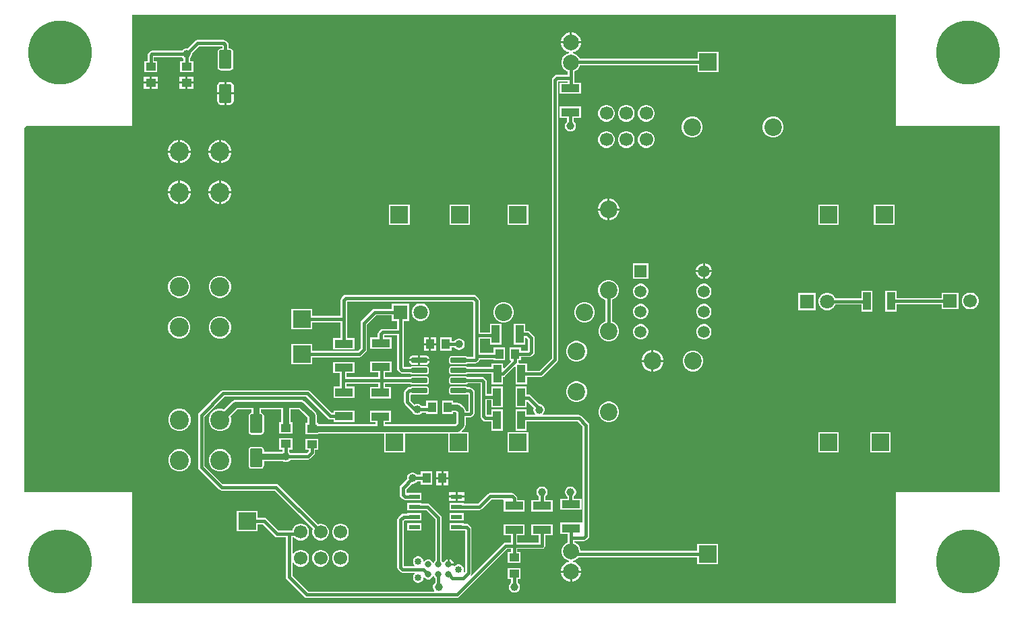
<source format=gbr>
G04*
G04 #@! TF.GenerationSoftware,Altium Limited,Altium Designer,24.1.2 (44)*
G04*
G04 Layer_Physical_Order=2*
G04 Layer_Color=8978557*
%FSLAX44Y44*%
%MOMM*%
G71*
G04*
G04 #@! TF.SameCoordinates,C4B2C0E0-4E9B-487C-9046-04FF2B3DFFC7*
G04*
G04*
G04 #@! TF.FilePolarity,Positive*
G04*
G01*
G75*
%ADD18C,0.2540*%
%ADD33C,0.8500*%
%ADD35C,0.4000*%
%ADD36R,2.2000X2.2000*%
%ADD37C,1.7000*%
%ADD38C,2.0000*%
%ADD39C,1.5000*%
%ADD40R,1.5000X1.5000*%
%ADD41C,2.4000*%
%ADD42C,8.0000*%
%ADD43R,1.7000X1.7000*%
%ADD44R,2.2000X2.2000*%
%ADD45C,2.2000*%
%ADD46C,1.8000*%
%ADD47R,1.8000X1.8000*%
%ADD48C,2.1996*%
%ADD49C,1.0000*%
%ADD50R,1.0160X2.2606*%
%ADD51R,2.2606X1.0160*%
%ADD52R,1.3970X0.5588*%
%ADD53R,1.2500X1.0000*%
%ADD54R,1.0000X1.2500*%
G04:AMPARAMS|DCode=55|XSize=2.33mm|YSize=1.55mm|CornerRadius=0.1938mm|HoleSize=0mm|Usage=FLASHONLY|Rotation=90.000|XOffset=0mm|YOffset=0mm|HoleType=Round|Shape=RoundedRectangle|*
%AMROUNDEDRECTD55*
21,1,2.3300,1.1625,0,0,90.0*
21,1,1.9425,1.5500,0,0,90.0*
1,1,0.3875,0.5813,0.9712*
1,1,0.3875,0.5813,-0.9712*
1,1,0.3875,-0.5813,-0.9712*
1,1,0.3875,-0.5813,0.9712*
%
%ADD55ROUNDEDRECTD55*%
G04:AMPARAMS|DCode=56|XSize=1.97mm|YSize=0.6mm|CornerRadius=0.075mm|HoleSize=0mm|Usage=FLASHONLY|Rotation=180.000|XOffset=0mm|YOffset=0mm|HoleType=Round|Shape=RoundedRectangle|*
%AMROUNDEDRECTD56*
21,1,1.9700,0.4500,0,0,180.0*
21,1,1.8200,0.6000,0,0,180.0*
1,1,0.1500,-0.9100,0.2250*
1,1,0.1500,0.9100,0.2250*
1,1,0.1500,0.9100,-0.2250*
1,1,0.1500,-0.9100,-0.2250*
%
%ADD56ROUNDEDRECTD56*%
%ADD57C,0.8000*%
%ADD58C,0.7620*%
G36*
X1130000Y627500D02*
X1260000D01*
Y167500D01*
X1130000D01*
Y27500D01*
X170000D01*
Y167500D01*
X35000D01*
Y625000D01*
X37500Y627500D01*
X170000D01*
Y767500D01*
X1130000D01*
Y627500D01*
D02*
G37*
%LPC*%
G36*
X285157Y736078D02*
X285157Y736078D01*
X252250D01*
X252250Y736078D01*
X250689Y735768D01*
X249366Y734884D01*
X239667Y725184D01*
X239422Y725250D01*
X237578D01*
X235798Y724773D01*
X234202Y723851D01*
X232899Y722548D01*
X232772Y722328D01*
X195238D01*
X193677Y722018D01*
X192354Y721134D01*
X192354Y721134D01*
X190866Y719646D01*
X189982Y718323D01*
X189672Y716762D01*
X189672Y716762D01*
Y709250D01*
X185500D01*
Y695250D01*
X202000D01*
Y709250D01*
X197829D01*
Y714172D01*
X232772D01*
X232899Y713952D01*
X234202Y712649D01*
X234672Y712377D01*
Y709250D01*
X230500D01*
Y695250D01*
X247000D01*
Y709250D01*
X242828D01*
Y712679D01*
X244101Y713952D01*
X245023Y715548D01*
X245500Y717328D01*
Y719172D01*
X245434Y719417D01*
X253939Y727922D01*
X283422D01*
Y725077D01*
X281688D01*
X280151Y724771D01*
X278849Y723901D01*
X277978Y722599D01*
X277673Y721062D01*
Y701637D01*
X277978Y700101D01*
X278849Y698799D01*
X280151Y697928D01*
X281688Y697623D01*
X293312D01*
X294849Y697928D01*
X296151Y698799D01*
X297022Y700101D01*
X297327Y701637D01*
Y721062D01*
X297022Y722599D01*
X296151Y723901D01*
X294849Y724771D01*
X293312Y725077D01*
X291578D01*
Y729657D01*
X291268Y731218D01*
X290384Y732541D01*
X290384Y732541D01*
X288041Y734884D01*
X286718Y735768D01*
X286459Y735819D01*
X285157Y736078D01*
D02*
G37*
G36*
X722991Y745490D02*
X722610D01*
Y734220D01*
X733880D01*
Y734601D01*
X733026Y737790D01*
X731375Y740650D01*
X729040Y742984D01*
X726180Y744635D01*
X722991Y745490D01*
D02*
G37*
G36*
X720070D02*
X719689D01*
X716500Y744635D01*
X713640Y742984D01*
X711306Y740650D01*
X709655Y737790D01*
X708800Y734601D01*
Y734220D01*
X720070D01*
Y745490D01*
D02*
G37*
G36*
X733880Y731680D02*
X721340D01*
X708800D01*
Y731299D01*
X709655Y728110D01*
X711306Y725250D01*
X713640Y722915D01*
X716500Y721265D01*
X718876Y720628D01*
Y719313D01*
X716708Y718732D01*
X713972Y717152D01*
X711738Y714918D01*
X710158Y712182D01*
X709340Y709130D01*
Y705970D01*
X710158Y702918D01*
X711738Y700182D01*
X713972Y697948D01*
X716708Y696368D01*
X717262Y696219D01*
Y692228D01*
X703843D01*
X702282Y691918D01*
X700959Y691034D01*
X700959Y691034D01*
X698616Y688691D01*
X697732Y687368D01*
X697422Y685807D01*
X697422Y685807D01*
Y336189D01*
X681311Y320078D01*
X666080D01*
Y329303D01*
X656087D01*
X655344Y330573D01*
X655578Y331750D01*
Y333017D01*
X658500D01*
Y337188D01*
X669407D01*
X669407Y337188D01*
X670968Y337499D01*
X672291Y338383D01*
X674634Y340726D01*
X674634Y340726D01*
X675518Y342049D01*
X675828Y343610D01*
Y360803D01*
X675518Y362364D01*
X674634Y363687D01*
X674634Y363687D01*
X669437Y368884D01*
X668113Y369768D01*
X666553Y370078D01*
X666553Y370078D01*
X664080D01*
Y379303D01*
X649920D01*
Y352697D01*
X664080D01*
Y360909D01*
X665350Y361435D01*
X667672Y359114D01*
Y345345D01*
X658500D01*
Y349517D01*
X644500D01*
Y333017D01*
X645340D01*
X645826Y331843D01*
X637253Y323271D01*
X636080Y323757D01*
Y329303D01*
X621920D01*
Y324670D01*
X591573D01*
X591470Y324824D01*
X590561Y325432D01*
X589488Y325645D01*
X571288D01*
X570215Y325432D01*
X569305Y324824D01*
X568697Y323914D01*
X568484Y322841D01*
Y318342D01*
X568697Y317269D01*
X569305Y316359D01*
X570215Y315751D01*
X571288Y315538D01*
X589488D01*
X590561Y315751D01*
X591470Y316359D01*
X591573Y316513D01*
X621920D01*
Y302697D01*
X636080D01*
Y311987D01*
X637311Y312232D01*
X638634Y313116D01*
X650747Y325229D01*
X651920Y324743D01*
Y302697D01*
X666080D01*
Y311922D01*
X683000D01*
X683000Y311922D01*
X684561Y312232D01*
X685884Y313116D01*
X704384Y331616D01*
X704384Y331616D01*
X705268Y332939D01*
X705578Y334500D01*
X705578Y334500D01*
Y684072D01*
X717262D01*
Y682330D01*
X707447D01*
Y668170D01*
X734053D01*
Y682330D01*
X725418D01*
Y687750D01*
X725379Y687950D01*
X725418Y688150D01*
Y696219D01*
X725972Y696368D01*
X728708Y697948D01*
X730943Y700182D01*
X732522Y702918D01*
X732865Y704197D01*
X880500D01*
Y695275D01*
X906500D01*
Y721275D01*
X880500D01*
Y712353D01*
X732423D01*
X730943Y714918D01*
X728708Y717152D01*
X725972Y718732D01*
X723804Y719313D01*
Y720628D01*
X726180Y721265D01*
X729040Y722915D01*
X731375Y725250D01*
X733026Y728110D01*
X733880Y731299D01*
Y731680D01*
D02*
G37*
G36*
X202540Y689790D02*
X195020D01*
Y683520D01*
X202540D01*
Y689790D01*
D02*
G37*
G36*
X192480D02*
X184960D01*
Y683520D01*
X192480D01*
Y689790D01*
D02*
G37*
G36*
X247540Y689790D02*
X240020D01*
Y683520D01*
X247540D01*
Y689790D01*
D02*
G37*
G36*
X237480D02*
X229960D01*
Y683520D01*
X237480D01*
Y689790D01*
D02*
G37*
G36*
X202540Y680980D02*
X195020D01*
Y674710D01*
X202540D01*
Y680980D01*
D02*
G37*
G36*
X192480D02*
X184960D01*
Y674710D01*
X192480D01*
Y680980D01*
D02*
G37*
G36*
X247540Y680980D02*
X240020D01*
Y674710D01*
X247540D01*
Y680980D01*
D02*
G37*
G36*
X237480D02*
X229960D01*
Y674710D01*
X237480D01*
Y680980D01*
D02*
G37*
G36*
X293312Y682928D02*
X288770D01*
Y669920D01*
X297878D01*
Y678363D01*
X297530Y680109D01*
X296541Y681591D01*
X295060Y682580D01*
X293312Y682928D01*
D02*
G37*
G36*
X286230D02*
X281688D01*
X279940Y682580D01*
X278459Y681591D01*
X277470Y680109D01*
X277122Y678363D01*
Y669920D01*
X286230D01*
Y682928D01*
D02*
G37*
G36*
X297878Y667380D02*
X288770D01*
Y654372D01*
X293312D01*
X295060Y654720D01*
X296541Y655709D01*
X297530Y657190D01*
X297878Y658938D01*
Y667380D01*
D02*
G37*
G36*
X286230D02*
X277122D01*
Y658938D01*
X277470Y657190D01*
X278459Y655709D01*
X279940Y654720D01*
X281688Y654372D01*
X286230D01*
Y667380D01*
D02*
G37*
G36*
X817382Y654250D02*
X814618D01*
X811947Y653534D01*
X809553Y652152D01*
X807598Y650197D01*
X806216Y647803D01*
X805500Y645132D01*
Y642368D01*
X806216Y639697D01*
X807598Y637303D01*
X809553Y635348D01*
X811947Y633966D01*
X814618Y633250D01*
X817382D01*
X820053Y633966D01*
X822447Y635348D01*
X824402Y637303D01*
X825784Y639697D01*
X826500Y642368D01*
Y645132D01*
X825784Y647803D01*
X824402Y650197D01*
X822447Y652152D01*
X820053Y653534D01*
X817382Y654250D01*
D02*
G37*
G36*
X792382D02*
X789618D01*
X786947Y653534D01*
X784553Y652152D01*
X782598Y650197D01*
X781216Y647803D01*
X780500Y645132D01*
Y642368D01*
X781216Y639697D01*
X782598Y637303D01*
X784553Y635348D01*
X786947Y633966D01*
X789618Y633250D01*
X792382D01*
X795053Y633966D01*
X797447Y635348D01*
X799402Y637303D01*
X800784Y639697D01*
X801500Y642368D01*
Y645132D01*
X800784Y647803D01*
X799402Y650197D01*
X797447Y652152D01*
X795053Y653534D01*
X792382Y654250D01*
D02*
G37*
G36*
X767382D02*
X764618D01*
X761947Y653534D01*
X759553Y652152D01*
X757598Y650197D01*
X756216Y647803D01*
X755500Y645132D01*
Y642368D01*
X756216Y639697D01*
X757598Y637303D01*
X759553Y635348D01*
X761947Y633966D01*
X764618Y633250D01*
X767382D01*
X770053Y633966D01*
X772447Y635348D01*
X774402Y637303D01*
X775784Y639697D01*
X776500Y642368D01*
Y645132D01*
X775784Y647803D01*
X774402Y650197D01*
X772447Y652152D01*
X770053Y653534D01*
X767382Y654250D01*
D02*
G37*
G36*
X734053Y652330D02*
X707447D01*
Y638170D01*
X716672D01*
Y633478D01*
X716452Y633351D01*
X715149Y632048D01*
X714227Y630452D01*
X713750Y628671D01*
Y626828D01*
X714227Y625048D01*
X715149Y623452D01*
X716452Y622149D01*
X718048Y621227D01*
X719828Y620750D01*
X721672D01*
X723452Y621227D01*
X725048Y622149D01*
X726351Y623452D01*
X727273Y625048D01*
X727750Y626828D01*
Y628671D01*
X727273Y630452D01*
X726351Y632048D01*
X725048Y633351D01*
X724828Y633478D01*
Y638170D01*
X734053D01*
Y652330D01*
D02*
G37*
G36*
X977011Y639498D02*
X973589D01*
X970283Y638612D01*
X967319Y636901D01*
X964899Y634481D01*
X963188Y631517D01*
X962302Y628211D01*
Y624789D01*
X963188Y621483D01*
X964899Y618519D01*
X967319Y616099D01*
X970283Y614388D01*
X973589Y613502D01*
X977011D01*
X980317Y614388D01*
X983281Y616099D01*
X985701Y618519D01*
X987412Y621483D01*
X988298Y624789D01*
Y628211D01*
X987412Y631517D01*
X985701Y634481D01*
X983281Y636901D01*
X980317Y638612D01*
X977011Y639498D01*
D02*
G37*
G36*
X875411D02*
X871989D01*
X868683Y638612D01*
X865719Y636901D01*
X863299Y634481D01*
X861588Y631517D01*
X860702Y628211D01*
Y624789D01*
X861588Y621483D01*
X863299Y618519D01*
X865719Y616099D01*
X868683Y614388D01*
X871989Y613502D01*
X875411D01*
X878717Y614388D01*
X881681Y616099D01*
X884101Y618519D01*
X885812Y621483D01*
X886698Y624789D01*
Y628211D01*
X885812Y631517D01*
X884101Y634481D01*
X881681Y636901D01*
X878717Y638612D01*
X875411Y639498D01*
D02*
G37*
G36*
X817382Y621250D02*
X814618D01*
X811947Y620534D01*
X809553Y619152D01*
X807598Y617197D01*
X806216Y614803D01*
X805500Y612132D01*
Y609368D01*
X806216Y606697D01*
X807598Y604303D01*
X809553Y602348D01*
X811947Y600966D01*
X814618Y600250D01*
X817382D01*
X820053Y600966D01*
X822447Y602348D01*
X824402Y604303D01*
X825784Y606697D01*
X826500Y609368D01*
Y612132D01*
X825784Y614803D01*
X824402Y617197D01*
X822447Y619152D01*
X820053Y620534D01*
X817382Y621250D01*
D02*
G37*
G36*
X792382D02*
X789618D01*
X786947Y620534D01*
X784553Y619152D01*
X782598Y617197D01*
X781216Y614803D01*
X780500Y612132D01*
Y609368D01*
X781216Y606697D01*
X782598Y604303D01*
X784553Y602348D01*
X786947Y600966D01*
X789618Y600250D01*
X792382D01*
X795053Y600966D01*
X797447Y602348D01*
X799402Y604303D01*
X800784Y606697D01*
X801500Y609368D01*
Y612132D01*
X800784Y614803D01*
X799402Y617197D01*
X797447Y619152D01*
X795053Y620534D01*
X792382Y621250D01*
D02*
G37*
G36*
X767382D02*
X764618D01*
X761947Y620534D01*
X759553Y619152D01*
X757598Y617197D01*
X756216Y614803D01*
X755500Y612132D01*
Y609368D01*
X756216Y606697D01*
X757598Y604303D01*
X759553Y602348D01*
X761947Y600966D01*
X764618Y600250D01*
X767382D01*
X770053Y600966D01*
X772447Y602348D01*
X774402Y604303D01*
X775784Y606697D01*
X776500Y609368D01*
Y612132D01*
X775784Y614803D01*
X774402Y617197D01*
X772447Y619152D01*
X770053Y620534D01*
X767382Y621250D01*
D02*
G37*
G36*
X282414Y610040D02*
X281770D01*
Y596770D01*
X295040D01*
Y597414D01*
X294049Y601112D01*
X292135Y604428D01*
X289428Y607135D01*
X286112Y609049D01*
X282414Y610040D01*
D02*
G37*
G36*
X231414D02*
X230770D01*
Y596770D01*
X244040D01*
Y597414D01*
X243049Y601112D01*
X241135Y604428D01*
X238428Y607135D01*
X235112Y609049D01*
X231414Y610040D01*
D02*
G37*
G36*
X228230D02*
X227586D01*
X223888Y609049D01*
X220572Y607135D01*
X217865Y604428D01*
X215951Y601112D01*
X214960Y597414D01*
Y596770D01*
X228230D01*
Y610040D01*
D02*
G37*
G36*
X279230D02*
X278586D01*
X274888Y609049D01*
X271572Y607135D01*
X268865Y604428D01*
X266951Y601112D01*
X265960Y597414D01*
Y596770D01*
X279230D01*
Y610040D01*
D02*
G37*
G36*
X295040Y594230D02*
X281770D01*
Y580960D01*
X282414D01*
X286112Y581951D01*
X289428Y583865D01*
X292135Y586572D01*
X294049Y589888D01*
X295040Y593586D01*
Y594230D01*
D02*
G37*
G36*
X279230D02*
X265960D01*
Y593586D01*
X266951Y589888D01*
X268865Y586572D01*
X271572Y583865D01*
X274888Y581951D01*
X278586Y580960D01*
X279230D01*
Y594230D01*
D02*
G37*
G36*
X244040D02*
X230770D01*
Y580960D01*
X231414D01*
X235112Y581951D01*
X238428Y583865D01*
X241135Y586572D01*
X243049Y589888D01*
X244040Y593586D01*
Y594230D01*
D02*
G37*
G36*
X228230D02*
X214960D01*
Y593586D01*
X215951Y589888D01*
X217865Y586572D01*
X220572Y583865D01*
X223888Y581951D01*
X227586Y580960D01*
X228230D01*
Y594230D01*
D02*
G37*
G36*
X282414Y559040D02*
X281770D01*
Y545770D01*
X295040D01*
Y546414D01*
X294049Y550112D01*
X292135Y553428D01*
X289428Y556135D01*
X286112Y558049D01*
X282414Y559040D01*
D02*
G37*
G36*
X231414D02*
X230770D01*
Y545770D01*
X244040D01*
Y546414D01*
X243049Y550112D01*
X241135Y553428D01*
X238428Y556135D01*
X235112Y558049D01*
X231414Y559040D01*
D02*
G37*
G36*
X228230D02*
X227586D01*
X223888Y558049D01*
X220572Y556135D01*
X217865Y553428D01*
X215951Y550112D01*
X214960Y546414D01*
Y545770D01*
X228230D01*
Y559040D01*
D02*
G37*
G36*
X279230D02*
X278586D01*
X274888Y558049D01*
X271572Y556135D01*
X268865Y553428D01*
X266951Y550112D01*
X265960Y546414D01*
Y545770D01*
X279230D01*
Y559040D01*
D02*
G37*
G36*
X295040Y543230D02*
X281770D01*
Y529960D01*
X282414D01*
X286112Y530951D01*
X289428Y532865D01*
X292135Y535572D01*
X294049Y538888D01*
X295040Y542586D01*
Y543230D01*
D02*
G37*
G36*
X279230D02*
X265960D01*
Y542586D01*
X266951Y538888D01*
X268865Y535572D01*
X271572Y532865D01*
X274888Y530951D01*
X278586Y529960D01*
X279230D01*
Y543230D01*
D02*
G37*
G36*
X244040D02*
X230770D01*
Y529960D01*
X231414D01*
X235112Y530951D01*
X238428Y532865D01*
X241135Y535572D01*
X243049Y538888D01*
X244040Y542586D01*
Y543230D01*
D02*
G37*
G36*
X228230D02*
X214960D01*
Y542586D01*
X215951Y538888D01*
X217865Y535572D01*
X220572Y532865D01*
X223888Y530951D01*
X227586Y529960D01*
X228230D01*
Y543230D01*
D02*
G37*
G36*
X770282Y536338D02*
X769770D01*
Y524070D01*
X782038D01*
Y524582D01*
X781116Y528026D01*
X779333Y531113D01*
X776813Y533633D01*
X773726Y535416D01*
X770282Y536338D01*
D02*
G37*
G36*
X767230D02*
X766718D01*
X763275Y535416D01*
X760187Y533633D01*
X757667Y531113D01*
X755884Y528026D01*
X754962Y524582D01*
Y524070D01*
X767230D01*
Y536338D01*
D02*
G37*
G36*
X782038Y521530D02*
X769770D01*
Y509262D01*
X770282D01*
X773726Y510184D01*
X776813Y511967D01*
X779333Y514487D01*
X781116Y517575D01*
X782038Y521018D01*
Y521530D01*
D02*
G37*
G36*
X767230D02*
X754962D01*
Y521018D01*
X755884Y517575D01*
X757667Y514487D01*
X760187Y511967D01*
X763275Y510184D01*
X766718Y509262D01*
X767230D01*
Y521530D01*
D02*
G37*
G36*
X594750Y529250D02*
X568750D01*
Y503250D01*
X594750D01*
Y529250D01*
D02*
G37*
G36*
X1128000Y529250D02*
X1102000D01*
Y503250D01*
X1128000D01*
Y529250D01*
D02*
G37*
G36*
X1058000D02*
X1032000D01*
Y503250D01*
X1058000D01*
Y529250D01*
D02*
G37*
G36*
X667745Y529249D02*
X641745D01*
Y503249D01*
X667745D01*
Y529249D01*
D02*
G37*
G36*
X518745D02*
X492745D01*
Y503249D01*
X518745D01*
Y529249D01*
D02*
G37*
G36*
X889772Y455390D02*
X889720D01*
Y446620D01*
X898490D01*
Y446672D01*
X897806Y449225D01*
X896484Y451515D01*
X894615Y453384D01*
X892325Y454706D01*
X889772Y455390D01*
D02*
G37*
G36*
X887180D02*
X887128D01*
X884575Y454706D01*
X882285Y453384D01*
X880416Y451515D01*
X879094Y449225D01*
X878410Y446672D01*
Y446620D01*
X887180D01*
Y455390D01*
D02*
G37*
G36*
X818550Y454850D02*
X799550D01*
Y435850D01*
X818550D01*
Y454850D01*
D02*
G37*
G36*
X898490Y444080D02*
X889720D01*
Y435310D01*
X889772D01*
X892325Y435994D01*
X894615Y437316D01*
X896484Y439185D01*
X897806Y441475D01*
X898490Y444028D01*
Y444080D01*
D02*
G37*
G36*
X887180D02*
X878410D01*
Y444028D01*
X879094Y441475D01*
X880416Y439185D01*
X882285Y437316D01*
X884575Y435994D01*
X887128Y435310D01*
X887180D01*
Y444080D01*
D02*
G37*
G36*
X282343Y439500D02*
X278657D01*
X275096Y438546D01*
X271904Y436703D01*
X269297Y434096D01*
X267454Y430904D01*
X266500Y427343D01*
Y423657D01*
X267454Y420096D01*
X269297Y416904D01*
X271904Y414297D01*
X275096Y412454D01*
X278657Y411500D01*
X282343D01*
X285904Y412454D01*
X289096Y414297D01*
X291703Y416904D01*
X293546Y420096D01*
X294500Y423657D01*
Y427343D01*
X293546Y430904D01*
X291703Y434096D01*
X289096Y436703D01*
X285904Y438546D01*
X282343Y439500D01*
D02*
G37*
G36*
X231343D02*
X227657D01*
X224096Y438546D01*
X220904Y436703D01*
X218297Y434096D01*
X216454Y430904D01*
X215500Y427343D01*
Y423657D01*
X216454Y420096D01*
X218297Y416904D01*
X220904Y414297D01*
X224096Y412454D01*
X227657Y411500D01*
X231343D01*
X234904Y412454D01*
X238096Y414297D01*
X240703Y416904D01*
X242546Y420096D01*
X243500Y423657D01*
Y427343D01*
X242546Y430904D01*
X240703Y434096D01*
X238096Y436703D01*
X234904Y438546D01*
X231343Y439500D01*
D02*
G37*
G36*
X1100330Y420803D02*
X1086170D01*
Y411328D01*
X1053495D01*
X1053450Y411496D01*
X1052002Y414004D01*
X1049954Y416052D01*
X1047446Y417500D01*
X1044648Y418250D01*
X1041752D01*
X1038954Y417500D01*
X1036446Y416052D01*
X1034398Y414004D01*
X1032950Y411496D01*
X1032200Y408698D01*
Y405802D01*
X1032950Y403004D01*
X1034398Y400496D01*
X1036446Y398448D01*
X1038954Y397000D01*
X1041752Y396250D01*
X1044648D01*
X1047446Y397000D01*
X1049954Y398448D01*
X1052002Y400496D01*
X1053450Y403004D01*
X1053495Y403172D01*
X1086170D01*
Y394197D01*
X1100330D01*
Y420803D01*
D02*
G37*
G36*
X889701Y429450D02*
X887199D01*
X884783Y428803D01*
X882617Y427552D01*
X880848Y425783D01*
X879597Y423617D01*
X878950Y421201D01*
Y418699D01*
X879597Y416283D01*
X880848Y414117D01*
X882617Y412348D01*
X884783Y411097D01*
X887199Y410450D01*
X889701D01*
X892117Y411097D01*
X894283Y412348D01*
X896052Y414117D01*
X897303Y416283D01*
X897950Y418699D01*
Y421201D01*
X897303Y423617D01*
X896052Y425783D01*
X894283Y427552D01*
X892117Y428803D01*
X889701Y429450D01*
D02*
G37*
G36*
X810301D02*
X807799D01*
X805383Y428803D01*
X803217Y427552D01*
X801448Y425783D01*
X800198Y423617D01*
X799550Y421201D01*
Y418699D01*
X800198Y416283D01*
X801448Y414117D01*
X803217Y412348D01*
X805383Y411097D01*
X807799Y410450D01*
X810301D01*
X812717Y411097D01*
X814883Y412348D01*
X816652Y414117D01*
X817903Y416283D01*
X818550Y418699D01*
Y421201D01*
X817903Y423617D01*
X816652Y425783D01*
X814883Y427552D01*
X812717Y428803D01*
X810301Y429450D01*
D02*
G37*
G36*
X518050Y404750D02*
X496050D01*
Y397828D01*
X474750D01*
X474750Y397828D01*
X473189Y397518D01*
X471866Y396634D01*
X471866Y396634D01*
X458366Y383134D01*
X457482Y381811D01*
X457172Y380250D01*
X457172Y380250D01*
Y348439D01*
X453811Y345078D01*
X396500D01*
Y354000D01*
X370500D01*
Y328000D01*
X396500D01*
Y336922D01*
X455500D01*
X455500Y336922D01*
X457061Y337232D01*
X458384Y338116D01*
X464134Y343866D01*
X464134Y343866D01*
X465018Y345189D01*
X465328Y346750D01*
X465328Y346750D01*
Y378561D01*
X476439Y389672D01*
X496050D01*
Y382750D01*
X502972D01*
Y372578D01*
X485093D01*
X483532Y372268D01*
X482209Y371384D01*
X482209Y371384D01*
X479866Y369041D01*
X478982Y367718D01*
X478672Y366157D01*
X478672Y366157D01*
Y361830D01*
X469447D01*
Y347670D01*
X496053D01*
Y361830D01*
X486828D01*
Y364422D01*
X502972D01*
Y322935D01*
X502972Y322935D01*
X503282Y321374D01*
X504166Y320051D01*
X506509Y317708D01*
X506509Y317708D01*
X507832Y316824D01*
X509393Y316513D01*
X519802D01*
X519905Y316359D01*
X520815Y315751D01*
X521888Y315538D01*
X540088D01*
X541161Y315751D01*
X542070Y316359D01*
X542678Y317269D01*
X542892Y318342D01*
Y322841D01*
X542678Y323914D01*
X542070Y324824D01*
X541161Y325432D01*
X540088Y325645D01*
X521888D01*
X520815Y325432D01*
X519905Y324824D01*
X519802Y324670D01*
X511128D01*
Y368500D01*
Y382750D01*
X518050D01*
Y404750D01*
D02*
G37*
G36*
X1224332Y418250D02*
X1221568D01*
X1218897Y417534D01*
X1216503Y416152D01*
X1214548Y414197D01*
X1213166Y411803D01*
X1212450Y409132D01*
Y406368D01*
X1213166Y403697D01*
X1214548Y401303D01*
X1216503Y399348D01*
X1218897Y397966D01*
X1221568Y397250D01*
X1224332D01*
X1227003Y397966D01*
X1229397Y399348D01*
X1231352Y401303D01*
X1232734Y403697D01*
X1233450Y406368D01*
Y409132D01*
X1232734Y411803D01*
X1231352Y414197D01*
X1229397Y416152D01*
X1227003Y417534D01*
X1224332Y418250D01*
D02*
G37*
G36*
X1130330Y420803D02*
X1116170D01*
Y394197D01*
X1130330D01*
Y403422D01*
X1187050D01*
Y397250D01*
X1208050D01*
Y418250D01*
X1187050D01*
Y411578D01*
X1130330D01*
Y420803D01*
D02*
G37*
G36*
X1028800Y418250D02*
X1006800D01*
Y396250D01*
X1028800D01*
Y418250D01*
D02*
G37*
G36*
X889701Y404050D02*
X887199D01*
X884783Y403403D01*
X882617Y402152D01*
X880848Y400383D01*
X879597Y398217D01*
X878950Y395801D01*
Y393299D01*
X879597Y390883D01*
X880848Y388717D01*
X882617Y386948D01*
X884783Y385698D01*
X887199Y385050D01*
X889701D01*
X892117Y385698D01*
X894283Y386948D01*
X896052Y388717D01*
X897303Y390883D01*
X897950Y393299D01*
Y395801D01*
X897303Y398217D01*
X896052Y400383D01*
X894283Y402152D01*
X892117Y403403D01*
X889701Y404050D01*
D02*
G37*
G36*
X810301D02*
X807799D01*
X805383Y403403D01*
X803217Y402152D01*
X801448Y400383D01*
X800198Y398217D01*
X799550Y395801D01*
Y393299D01*
X800198Y390883D01*
X801448Y388717D01*
X803217Y386948D01*
X805383Y385698D01*
X807799Y385050D01*
X810301D01*
X812717Y385698D01*
X814883Y386948D01*
X816652Y388717D01*
X817903Y390883D01*
X818550Y393299D01*
Y395801D01*
X817903Y398217D01*
X816652Y400383D01*
X814883Y402152D01*
X812717Y403403D01*
X810301Y404050D01*
D02*
G37*
G36*
X533898Y404750D02*
X531002D01*
X528204Y404000D01*
X525696Y402552D01*
X523648Y400504D01*
X522200Y397996D01*
X521450Y395198D01*
Y392302D01*
X522200Y389504D01*
X523648Y386996D01*
X525696Y384948D01*
X528204Y383500D01*
X531002Y382750D01*
X533898D01*
X536696Y383500D01*
X539204Y384948D01*
X541252Y386996D01*
X542700Y389504D01*
X543450Y392302D01*
Y395198D01*
X542700Y397996D01*
X541252Y400504D01*
X539204Y402552D01*
X536696Y404000D01*
X533898Y404750D01*
D02*
G37*
G36*
X740261Y406498D02*
X736839D01*
X733533Y405612D01*
X730569Y403901D01*
X728149Y401481D01*
X726438Y398517D01*
X725552Y395211D01*
Y391789D01*
X726438Y388483D01*
X728149Y385519D01*
X730569Y383099D01*
X733533Y381388D01*
X736839Y380502D01*
X740261D01*
X743567Y381388D01*
X746531Y383099D01*
X748951Y385519D01*
X750662Y388483D01*
X751548Y391789D01*
Y395211D01*
X750662Y398517D01*
X748951Y401481D01*
X746531Y403901D01*
X743567Y405612D01*
X740261Y406498D01*
D02*
G37*
G36*
X638661D02*
X635239D01*
X631933Y405612D01*
X628969Y403901D01*
X626549Y401481D01*
X624838Y398517D01*
X623952Y395211D01*
Y391789D01*
X624838Y388483D01*
X626549Y385519D01*
X628969Y383099D01*
X631933Y381388D01*
X635239Y380502D01*
X638661D01*
X641967Y381388D01*
X644931Y383099D01*
X647351Y385519D01*
X649062Y388483D01*
X649948Y391789D01*
Y395211D01*
X649062Y398517D01*
X647351Y401481D01*
X644931Y403901D01*
X641967Y405612D01*
X638661Y406498D01*
D02*
G37*
G36*
X282343Y388500D02*
X278657D01*
X275096Y387546D01*
X271904Y385703D01*
X269297Y383096D01*
X267454Y379904D01*
X266500Y376343D01*
Y372657D01*
X267454Y369096D01*
X269297Y365904D01*
X271904Y363297D01*
X275096Y361454D01*
X278657Y360500D01*
X282343D01*
X285904Y361454D01*
X289096Y363297D01*
X291703Y365904D01*
X293546Y369096D01*
X294500Y372657D01*
Y376343D01*
X293546Y379904D01*
X291703Y383096D01*
X289096Y385703D01*
X285904Y387546D01*
X282343Y388500D01*
D02*
G37*
G36*
X231343D02*
X227657D01*
X224096Y387546D01*
X220904Y385703D01*
X218297Y383096D01*
X216454Y379904D01*
X215500Y376343D01*
Y372657D01*
X216454Y369096D01*
X218297Y365904D01*
X220904Y363297D01*
X224096Y361454D01*
X227657Y360500D01*
X231343D01*
X234904Y361454D01*
X238096Y363297D01*
X240703Y365904D01*
X242546Y369096D01*
X243500Y372657D01*
Y376343D01*
X242546Y379904D01*
X240703Y383096D01*
X238096Y385703D01*
X234904Y387546D01*
X231343Y388500D01*
D02*
G37*
G36*
X889701Y378650D02*
X887199D01*
X884783Y378003D01*
X882617Y376752D01*
X880848Y374983D01*
X879597Y372817D01*
X878950Y370401D01*
Y367899D01*
X879597Y365483D01*
X880848Y363317D01*
X882617Y361548D01*
X884783Y360298D01*
X887199Y359650D01*
X889701D01*
X892117Y360298D01*
X894283Y361548D01*
X896052Y363317D01*
X897303Y365483D01*
X897950Y367899D01*
Y370401D01*
X897303Y372817D01*
X896052Y374983D01*
X894283Y376752D01*
X892117Y378003D01*
X889701Y378650D01*
D02*
G37*
G36*
X810301D02*
X807799D01*
X805383Y378003D01*
X803217Y376752D01*
X801448Y374983D01*
X800198Y372817D01*
X799550Y370401D01*
Y367899D01*
X800198Y365483D01*
X801448Y363317D01*
X803217Y361548D01*
X805383Y360298D01*
X807799Y359650D01*
X810301D01*
X812717Y360298D01*
X814883Y361548D01*
X816652Y363317D01*
X817903Y365483D01*
X818550Y367899D01*
Y370401D01*
X817903Y372817D01*
X816652Y374983D01*
X814883Y376752D01*
X812717Y378003D01*
X810301Y378650D01*
D02*
G37*
G36*
X770211Y434198D02*
X766789D01*
X763483Y433312D01*
X760519Y431601D01*
X758099Y429181D01*
X756388Y426217D01*
X755502Y422911D01*
Y419489D01*
X756388Y416183D01*
X758099Y413219D01*
X760519Y410799D01*
X763483Y409088D01*
X764672Y408769D01*
Y382097D01*
X763983Y381912D01*
X761019Y380201D01*
X758599Y377781D01*
X756888Y374817D01*
X756002Y371511D01*
Y368089D01*
X756888Y364783D01*
X758599Y361819D01*
X761019Y359399D01*
X763983Y357688D01*
X767289Y356802D01*
X770711D01*
X774017Y357688D01*
X776981Y359399D01*
X779401Y361819D01*
X781112Y364783D01*
X781998Y368089D01*
Y371511D01*
X781112Y374817D01*
X779401Y377781D01*
X776981Y380201D01*
X774017Y381912D01*
X772828Y382231D01*
Y408903D01*
X773517Y409088D01*
X776481Y410799D01*
X778901Y413219D01*
X780612Y416183D01*
X781498Y419489D01*
Y422911D01*
X780612Y426217D01*
X778901Y429181D01*
X776481Y431601D01*
X773517Y433312D01*
X770211Y434198D01*
D02*
G37*
G36*
X551790Y362290D02*
X545520D01*
Y354770D01*
X551790D01*
Y362290D01*
D02*
G37*
G36*
X542980D02*
X536710D01*
Y354770D01*
X542980D01*
Y362290D01*
D02*
G37*
G36*
X599407Y415328D02*
X599407Y415328D01*
X438593D01*
X437032Y415018D01*
X435709Y414134D01*
X435709Y414134D01*
X433366Y411791D01*
X432482Y410468D01*
X432172Y408907D01*
X432172Y408907D01*
Y389078D01*
X396500D01*
Y398000D01*
X370500D01*
Y372000D01*
X396500D01*
Y380922D01*
X432172D01*
Y361080D01*
X422947D01*
Y346920D01*
X449553D01*
Y361080D01*
X440328D01*
Y385000D01*
Y407172D01*
X597718D01*
X598922Y405967D01*
Y364250D01*
Y337370D01*
X591573D01*
X591470Y337524D01*
X590561Y338132D01*
X589488Y338345D01*
X571288D01*
X570215Y338132D01*
X569305Y337524D01*
X568697Y336614D01*
X568484Y335541D01*
Y331041D01*
X568697Y329968D01*
X569305Y329059D01*
X570215Y328451D01*
X571288Y328238D01*
X589488D01*
X590561Y328451D01*
X591470Y329059D01*
X591573Y329213D01*
X601541D01*
X601541Y329213D01*
X603102Y329524D01*
X604425Y330408D01*
X605884Y331866D01*
X605884Y331866D01*
X606768Y333190D01*
X606972Y334213D01*
X624500D01*
Y333017D01*
X638500D01*
Y349517D01*
X624500D01*
Y342370D01*
X607078D01*
Y360172D01*
X619920D01*
Y352697D01*
X634080D01*
Y379303D01*
X619920D01*
Y368328D01*
X607078D01*
Y407657D01*
X607078Y407657D01*
X606768Y409218D01*
X605884Y410541D01*
X602291Y414134D01*
X600968Y415018D01*
X600709Y415069D01*
X599407Y415328D01*
D02*
G37*
G36*
X571250Y361750D02*
X557250D01*
Y345250D01*
X571250D01*
Y349172D01*
X575272D01*
X575399Y348952D01*
X576702Y347649D01*
X578298Y346727D01*
X580078Y346250D01*
X581922D01*
X583702Y346727D01*
X585298Y347649D01*
X586601Y348952D01*
X587523Y350548D01*
X588000Y352328D01*
Y354172D01*
X587523Y355952D01*
X586601Y357548D01*
X585298Y358851D01*
X583702Y359773D01*
X581922Y360250D01*
X580078D01*
X578298Y359773D01*
X576702Y358851D01*
X575399Y357548D01*
X575272Y357328D01*
X571250D01*
Y361750D01*
D02*
G37*
G36*
X551790Y352230D02*
X545520D01*
Y344710D01*
X551790D01*
Y352230D01*
D02*
G37*
G36*
X542980D02*
X536710D01*
Y344710D01*
X542980D01*
Y352230D01*
D02*
G37*
G36*
X540088Y338896D02*
X532258D01*
Y334562D01*
X543442D01*
Y335541D01*
X543187Y336825D01*
X542460Y337914D01*
X541371Y338641D01*
X540088Y338896D01*
D02*
G37*
G36*
X529718D02*
X521888D01*
X520604Y338641D01*
X519516Y337914D01*
X518789Y336825D01*
X518533Y335541D01*
Y334562D01*
X529718D01*
Y338896D01*
D02*
G37*
G36*
X825633Y345790D02*
X825120D01*
Y333520D01*
X837390D01*
Y334033D01*
X836467Y337476D01*
X834685Y340564D01*
X832164Y343085D01*
X829076Y344867D01*
X825633Y345790D01*
D02*
G37*
G36*
X822580D02*
X822067D01*
X818624Y344867D01*
X815536Y343085D01*
X813015Y340564D01*
X811233Y337476D01*
X810310Y334033D01*
Y333520D01*
X822580D01*
Y345790D01*
D02*
G37*
G36*
X730211Y357400D02*
X726788D01*
X723482Y356514D01*
X720518Y354803D01*
X718097Y352382D01*
X716386Y349418D01*
X715500Y346111D01*
Y342688D01*
X716386Y339382D01*
X718097Y336418D01*
X720518Y333997D01*
X723482Y332286D01*
X726788Y331400D01*
X730211D01*
X733518Y332286D01*
X736482Y333997D01*
X738903Y336418D01*
X740614Y339382D01*
X741500Y342688D01*
Y346111D01*
X740614Y349418D01*
X738903Y352382D01*
X736482Y354803D01*
X733518Y356514D01*
X730211Y357400D01*
D02*
G37*
G36*
X543442Y332021D02*
X532258D01*
Y327687D01*
X540088D01*
X541371Y327942D01*
X542460Y328670D01*
X543187Y329758D01*
X543442Y331041D01*
Y332021D01*
D02*
G37*
G36*
X529718D02*
X518533D01*
Y331041D01*
X518789Y329758D01*
X519516Y328670D01*
X520604Y327942D01*
X521888Y327687D01*
X529718D01*
Y332021D01*
D02*
G37*
G36*
X876361Y345250D02*
X872939D01*
X869632Y344364D01*
X866668Y342653D01*
X864247Y340232D01*
X862536Y337268D01*
X861650Y333961D01*
Y330538D01*
X862536Y327232D01*
X864247Y324268D01*
X866668Y321847D01*
X869632Y320136D01*
X872939Y319250D01*
X876361D01*
X879668Y320136D01*
X882632Y321847D01*
X885053Y324268D01*
X886764Y327232D01*
X887650Y330538D01*
Y333961D01*
X886764Y337268D01*
X885053Y340232D01*
X882632Y342653D01*
X879668Y344364D01*
X876361Y345250D01*
D02*
G37*
G36*
X837390Y330980D02*
X825120D01*
Y318710D01*
X825633D01*
X829076Y319633D01*
X832164Y321415D01*
X834685Y323936D01*
X836467Y327024D01*
X837390Y330467D01*
Y330980D01*
D02*
G37*
G36*
X822580D02*
X810310D01*
Y330467D01*
X811233Y327024D01*
X813015Y323936D01*
X815536Y321415D01*
X818624Y319633D01*
X822067Y318710D01*
X822580D01*
Y330980D01*
D02*
G37*
G36*
X496053Y331830D02*
X469447D01*
Y317670D01*
X479422D01*
Y311970D01*
X439328D01*
Y316920D01*
X449553D01*
Y331080D01*
X422947D01*
Y316920D01*
X431172D01*
Y307892D01*
X431172Y307892D01*
X431172Y307891D01*
Y299830D01*
X423197D01*
Y285670D01*
X449803D01*
Y299830D01*
X439328D01*
Y303813D01*
X479422D01*
Y299580D01*
X468947D01*
Y285420D01*
X495553D01*
Y299580D01*
X487578D01*
Y303813D01*
X519802D01*
X519905Y303659D01*
X520815Y303051D01*
X521888Y302838D01*
X540088D01*
X541161Y303051D01*
X542070Y303659D01*
X542678Y304569D01*
X542892Y305641D01*
Y310142D01*
X542678Y311215D01*
X542070Y312124D01*
X541161Y312732D01*
X540088Y312945D01*
X521888D01*
X520815Y312732D01*
X519905Y312124D01*
X519802Y311970D01*
X487578D01*
Y317670D01*
X496053D01*
Y331830D01*
D02*
G37*
G36*
X540088Y300245D02*
X521888D01*
X520815Y300032D01*
X519905Y299424D01*
X519822Y299299D01*
X518338D01*
X516777Y298989D01*
X515454Y298105D01*
X515454Y298104D01*
X513111Y295762D01*
X512227Y294438D01*
X511916Y292878D01*
X511916Y292878D01*
Y280506D01*
X511916Y280505D01*
X512227Y278945D01*
X513111Y277621D01*
X521170Y269562D01*
X521170Y269562D01*
X521838Y269116D01*
X521977Y268596D01*
X522899Y267000D01*
X524202Y265697D01*
X525798Y264775D01*
X527578Y264298D01*
X529422D01*
X531202Y264775D01*
X532798Y265697D01*
X534101Y267000D01*
X534228Y267220D01*
X539750D01*
Y265750D01*
X553750D01*
Y282250D01*
X539750D01*
Y275376D01*
X534228D01*
X534101Y275596D01*
X532798Y276900D01*
X531202Y277821D01*
X529422Y278298D01*
X527578D01*
X525798Y277821D01*
X524941Y277326D01*
X520073Y282195D01*
Y289436D01*
X521343Y290246D01*
X521888Y290138D01*
X540088D01*
X541161Y290351D01*
X542070Y290959D01*
X542678Y291868D01*
X542892Y292941D01*
Y297442D01*
X542678Y298514D01*
X542070Y299424D01*
X541161Y300032D01*
X540088Y300245D01*
D02*
G37*
G36*
X730211Y306600D02*
X726788D01*
X723482Y305714D01*
X720518Y304003D01*
X718097Y301582D01*
X716386Y298618D01*
X715500Y295312D01*
Y291889D01*
X716386Y288582D01*
X718097Y285618D01*
X720518Y283197D01*
X723482Y281486D01*
X726788Y280600D01*
X730211D01*
X733518Y281486D01*
X736482Y283197D01*
X738903Y285618D01*
X740614Y288582D01*
X741500Y291889D01*
Y295312D01*
X740614Y298618D01*
X738903Y301582D01*
X736482Y304003D01*
X733518Y305714D01*
X730211Y306600D01*
D02*
G37*
G36*
X589488Y312945D02*
X571288D01*
X570215Y312732D01*
X569305Y312124D01*
X568697Y311215D01*
X568484Y310142D01*
Y305641D01*
X568697Y304569D01*
X569305Y303659D01*
X570215Y303051D01*
X571288Y302838D01*
X589488D01*
X590561Y303051D01*
X591470Y303659D01*
X591813Y304172D01*
X607672D01*
Y287000D01*
Y262593D01*
X607672Y262593D01*
X607982Y261032D01*
X608866Y259709D01*
X611209Y257366D01*
X611209Y257366D01*
X612532Y256482D01*
X614093Y256172D01*
X621670D01*
Y244697D01*
X635830D01*
Y271303D01*
X621670D01*
Y264328D01*
X615828D01*
Y282922D01*
X621670D01*
Y273697D01*
X635830D01*
Y300303D01*
X621670D01*
Y291078D01*
X615828D01*
Y305907D01*
X615518Y307468D01*
X614634Y308791D01*
X614634Y308791D01*
X612291Y311134D01*
X610968Y312018D01*
X609407Y312328D01*
X609407Y312328D01*
X591165D01*
X590561Y312732D01*
X589488Y312945D01*
D02*
G37*
G36*
Y300245D02*
X571288D01*
X570215Y300032D01*
X569305Y299424D01*
X568697Y298514D01*
X568484Y297442D01*
Y292941D01*
X568697Y291868D01*
X569305Y290959D01*
X570215Y290351D01*
X571288Y290138D01*
X589488D01*
X590561Y290351D01*
X591152Y290746D01*
X592224Y290345D01*
X592422Y290183D01*
Y269328D01*
X589174D01*
Y269536D01*
X588723Y271803D01*
X587439Y273725D01*
X582975Y278189D01*
X581053Y279473D01*
X578787Y279924D01*
X573750D01*
Y282250D01*
X559750D01*
Y265750D01*
X573750D01*
Y268076D01*
X576333D01*
X577326Y267083D01*
Y254167D01*
X576333Y253174D01*
X488174D01*
Y255420D01*
X495553D01*
Y269580D01*
X468947D01*
Y255420D01*
X476326D01*
Y253174D01*
X404250D01*
Y254250D01*
X401924D01*
Y264000D01*
X401473Y266267D01*
X400189Y268189D01*
X386439Y281939D01*
X384517Y283223D01*
X382250Y283674D01*
X300250D01*
X297983Y283223D01*
X296061Y281939D01*
X285574Y271451D01*
X282593Y272250D01*
X278907D01*
X275346Y271296D01*
X272154Y269453D01*
X269547Y266846D01*
X267704Y263654D01*
X266750Y260093D01*
Y256407D01*
X267704Y252846D01*
X269547Y249654D01*
X272154Y247047D01*
X275346Y245204D01*
X278907Y244250D01*
X282593D01*
X286154Y245204D01*
X289346Y247047D01*
X291953Y249654D01*
X293796Y252846D01*
X294750Y256407D01*
Y260093D01*
X293951Y263074D01*
X302704Y271826D01*
X320326D01*
Y267055D01*
X318901Y266772D01*
X317599Y265901D01*
X316728Y264599D01*
X316423Y263062D01*
Y243638D01*
X316728Y242101D01*
X317599Y240799D01*
X318901Y239928D01*
X320438Y239623D01*
X332062D01*
X333599Y239928D01*
X334901Y240799D01*
X335771Y242101D01*
X336077Y243638D01*
Y263062D01*
X335771Y264599D01*
X334901Y265901D01*
X333599Y266772D01*
X332174Y267055D01*
Y271826D01*
X357826D01*
Y255000D01*
X355250D01*
Y241000D01*
X371750D01*
Y255000D01*
X369674D01*
Y271826D01*
X379796D01*
X390076Y261546D01*
Y254250D01*
X387750D01*
Y240250D01*
X404250D01*
Y240945D01*
X404360Y240967D01*
X404898Y241326D01*
X487000D01*
Y217000D01*
X513000D01*
Y241326D01*
X567000D01*
Y217000D01*
X593000D01*
Y243000D01*
X584710D01*
X584184Y244270D01*
X587439Y247525D01*
X588723Y249447D01*
X589174Y251714D01*
Y261172D01*
X594157D01*
X594157Y261172D01*
X595718Y261482D01*
X597041Y262366D01*
X599384Y264709D01*
X599384Y264709D01*
X600268Y266032D01*
X600578Y267593D01*
Y292848D01*
X600268Y294409D01*
X599384Y295732D01*
X599384Y295732D01*
X597041Y298075D01*
X595718Y298959D01*
X594157Y299270D01*
X594157Y299270D01*
X591573D01*
X591470Y299424D01*
X590561Y300032D01*
X589488Y300245D01*
D02*
G37*
G36*
X665830Y300303D02*
X651670D01*
Y273697D01*
X665830D01*
Y280483D01*
X667100Y281009D01*
X674707Y273402D01*
X674311Y271922D01*
Y270078D01*
X674788Y268298D01*
X675709Y266702D01*
X676813Y265598D01*
X676630Y264776D01*
X676355Y264328D01*
X665830D01*
Y271303D01*
X651670D01*
Y244697D01*
X665830D01*
Y256172D01*
X729674D01*
X736222Y249624D01*
Y114866D01*
X736034Y114825D01*
X734803Y115859D01*
Y129080D01*
X708197D01*
Y114920D01*
X717422D01*
Y103988D01*
X717028Y103882D01*
X714292Y102302D01*
X712057Y100068D01*
X710478Y97332D01*
X709660Y94280D01*
Y91120D01*
X710478Y88068D01*
X712057Y85332D01*
X714292Y83098D01*
X717028Y81518D01*
X719196Y80937D01*
Y79622D01*
X716820Y78985D01*
X713960Y77334D01*
X711625Y75000D01*
X709975Y72140D01*
X709120Y68951D01*
Y68570D01*
X721660D01*
X734200D01*
Y68951D01*
X733345Y72140D01*
X731694Y75000D01*
X729360Y77334D01*
X726500Y78985D01*
X724124Y79622D01*
Y80937D01*
X726292Y81518D01*
X729028Y83098D01*
X731262Y85332D01*
X731300Y85397D01*
X880225D01*
Y76475D01*
X906225D01*
Y102475D01*
X880225D01*
Y93553D01*
X733660D01*
Y94280D01*
X732842Y97332D01*
X731262Y100068D01*
X729028Y102302D01*
X726292Y103882D01*
X725578Y104073D01*
Y105694D01*
X737825D01*
X737825Y105694D01*
X739385Y106004D01*
X740708Y106888D01*
X743184Y109364D01*
X743184Y109364D01*
X744068Y110687D01*
X744378Y112248D01*
X744378Y112248D01*
Y251313D01*
X744068Y252874D01*
X743184Y254197D01*
X743184Y254197D01*
X734247Y263134D01*
X732924Y264018D01*
X731363Y264328D01*
X731363Y264328D01*
X686266D01*
X685992Y264776D01*
X685808Y265598D01*
X686912Y266702D01*
X687834Y268298D01*
X688311Y270078D01*
Y271922D01*
X687834Y273702D01*
X686912Y275298D01*
X685609Y276601D01*
X684013Y277523D01*
X682232Y278000D01*
X681645D01*
X670761Y288884D01*
X669438Y289768D01*
X667877Y290078D01*
X667877Y290078D01*
X665830D01*
Y300303D01*
D02*
G37*
G36*
X390250Y295578D02*
X390250Y295578D01*
X284750D01*
X283189Y295268D01*
X281866Y294384D01*
X281866Y294384D01*
X254366Y266884D01*
X253482Y265561D01*
X253172Y264000D01*
X253172Y264000D01*
Y198750D01*
X253172Y198750D01*
X253482Y197189D01*
X254366Y195866D01*
X279616Y170616D01*
X279616Y170616D01*
X280939Y169732D01*
X282500Y169422D01*
X349061D01*
X397208Y121274D01*
X396500Y118632D01*
Y115868D01*
X397216Y113197D01*
X398598Y110803D01*
X400553Y108848D01*
X402947Y107466D01*
X405618Y106750D01*
X408382D01*
X411053Y107466D01*
X413447Y108848D01*
X415402Y110803D01*
X416784Y113197D01*
X417500Y115868D01*
Y118632D01*
X416784Y121303D01*
X415402Y123697D01*
X413447Y125652D01*
X411053Y127034D01*
X408382Y127750D01*
X405618D01*
X402976Y127042D01*
X353634Y176384D01*
X352311Y177268D01*
X350750Y177578D01*
X350750Y177578D01*
X284189D01*
X261328Y200439D01*
Y262311D01*
X286439Y287422D01*
X388561D01*
X416116Y259866D01*
X416116Y259866D01*
X417439Y258982D01*
X419000Y258672D01*
X423197D01*
Y255670D01*
X449803D01*
Y269830D01*
X423197D01*
Y266828D01*
X420689D01*
X393134Y294384D01*
X391811Y295268D01*
X391552Y295319D01*
X390250Y295578D01*
D02*
G37*
G36*
X770711Y281198D02*
X767289D01*
X763983Y280312D01*
X761019Y278601D01*
X758599Y276181D01*
X756888Y273217D01*
X756002Y269911D01*
Y266489D01*
X756888Y263183D01*
X758599Y260219D01*
X761019Y257799D01*
X763983Y256088D01*
X767289Y255202D01*
X770711D01*
X774017Y256088D01*
X776981Y257799D01*
X779401Y260219D01*
X781112Y263183D01*
X781998Y266489D01*
Y269911D01*
X781112Y273217D01*
X779401Y276181D01*
X776981Y278601D01*
X774017Y280312D01*
X770711Y281198D01*
D02*
G37*
G36*
X231593Y272250D02*
X227907D01*
X224346Y271296D01*
X221154Y269453D01*
X218547Y266846D01*
X216704Y263654D01*
X215750Y260093D01*
Y256407D01*
X216704Y252846D01*
X218547Y249654D01*
X221154Y247047D01*
X224346Y245204D01*
X227907Y244250D01*
X231593D01*
X235154Y245204D01*
X238346Y247047D01*
X240953Y249654D01*
X242796Y252846D01*
X243750Y256407D01*
Y260093D01*
X242796Y263654D01*
X240953Y266846D01*
X238346Y269453D01*
X235154Y271296D01*
X231593Y272250D01*
D02*
G37*
G36*
X371750Y235000D02*
X355250D01*
Y221000D01*
X359422D01*
Y218174D01*
X336077D01*
Y220362D01*
X335771Y221899D01*
X334901Y223201D01*
X333599Y224072D01*
X332062Y224377D01*
X320438D01*
X318901Y224072D01*
X317599Y223201D01*
X316728Y221899D01*
X316423Y220362D01*
Y200938D01*
X316728Y199401D01*
X317599Y198099D01*
X318901Y197229D01*
X320438Y196923D01*
X332062D01*
X333599Y197229D01*
X334901Y198099D01*
X335771Y199401D01*
X336077Y200938D01*
Y206326D01*
X359760D01*
X360798Y205727D01*
X362578Y205250D01*
X364422D01*
X366202Y205727D01*
X367798Y206649D01*
X369101Y207952D01*
X369228Y208172D01*
X391000D01*
X391000Y208172D01*
X392561Y208482D01*
X393884Y209366D01*
X398884Y214366D01*
X398884Y214366D01*
X399768Y215689D01*
X400078Y217250D01*
X400078Y217250D01*
Y220250D01*
X404250D01*
Y234250D01*
X387750D01*
Y220250D01*
X391922D01*
Y218939D01*
X389311Y216328D01*
X369228D01*
X369101Y216548D01*
X367798Y217851D01*
X367578Y217978D01*
Y221000D01*
X371750D01*
Y235000D01*
D02*
G37*
G36*
X1123000Y243000D02*
X1097000D01*
Y217000D01*
X1123000D01*
Y243000D01*
D02*
G37*
G36*
X1058000D02*
X1032000D01*
Y217000D01*
X1058000D01*
Y243000D01*
D02*
G37*
G36*
X668000D02*
X642000D01*
Y217000D01*
X668000D01*
Y243000D01*
D02*
G37*
G36*
X282593Y221250D02*
X278907D01*
X275346Y220296D01*
X272154Y218453D01*
X269547Y215846D01*
X267704Y212654D01*
X266750Y209093D01*
Y205407D01*
X267704Y201846D01*
X269547Y198654D01*
X272154Y196047D01*
X275346Y194204D01*
X278907Y193250D01*
X282593D01*
X286154Y194204D01*
X289346Y196047D01*
X291953Y198654D01*
X293796Y201846D01*
X294750Y205407D01*
Y209093D01*
X293796Y212654D01*
X291953Y215846D01*
X289346Y218453D01*
X286154Y220296D01*
X282593Y221250D01*
D02*
G37*
G36*
X231593D02*
X227907D01*
X224346Y220296D01*
X221154Y218453D01*
X218547Y215846D01*
X216704Y212654D01*
X215750Y209093D01*
Y205407D01*
X216704Y201846D01*
X218547Y198654D01*
X221154Y196047D01*
X224346Y194204D01*
X227907Y193250D01*
X231593D01*
X235154Y194204D01*
X238346Y196047D01*
X240953Y198654D01*
X242796Y201846D01*
X243750Y205407D01*
Y209093D01*
X242796Y212654D01*
X240953Y215846D01*
X238346Y218453D01*
X235154Y220296D01*
X231593Y221250D01*
D02*
G37*
G36*
X547000Y193250D02*
X533000D01*
Y189078D01*
X528071D01*
X526798Y190351D01*
X525202Y191273D01*
X523422Y191750D01*
X521578D01*
X519798Y191273D01*
X518202Y190351D01*
X516899Y189048D01*
X515977Y187452D01*
X515500Y185672D01*
Y183828D01*
X515566Y183583D01*
X507616Y175634D01*
X506732Y174311D01*
X506422Y172750D01*
X506422Y172750D01*
Y163888D01*
X506422Y163888D01*
X506732Y162327D01*
X507616Y161004D01*
X509959Y158661D01*
X509959Y158661D01*
X511282Y157777D01*
X512843Y157467D01*
X515742D01*
Y156796D01*
X533712D01*
Y166384D01*
X515742D01*
Y166384D01*
X514578Y166641D01*
Y171061D01*
X521333Y177816D01*
X521578Y177750D01*
X523422D01*
X525202Y178227D01*
X526798Y179149D01*
X528101Y180452D01*
X528373Y180922D01*
X533000D01*
Y176750D01*
X547000D01*
Y193250D01*
D02*
G37*
G36*
X567540Y193790D02*
X561270D01*
Y186270D01*
X567540D01*
Y193790D01*
D02*
G37*
G36*
X558730D02*
X552460D01*
Y186270D01*
X558730D01*
Y193790D01*
D02*
G37*
G36*
X567540Y183730D02*
X561270D01*
Y176210D01*
X567540D01*
Y183730D01*
D02*
G37*
G36*
X558730D02*
X552460D01*
Y176210D01*
X558730D01*
Y183730D01*
D02*
G37*
G36*
X647657Y166078D02*
X647657Y166078D01*
X619843D01*
X619843Y166078D01*
X618282Y165768D01*
X616959Y164884D01*
X605044Y152968D01*
X586798D01*
Y153684D01*
X568828D01*
Y144096D01*
X586798D01*
Y144812D01*
X606733D01*
X606733Y144812D01*
X608294Y145122D01*
X609617Y146006D01*
X621533Y157922D01*
X635776D01*
X636697Y157080D01*
Y142920D01*
X663303D01*
Y157080D01*
X654078D01*
Y159657D01*
X653768Y161218D01*
X652884Y162541D01*
X652884Y162541D01*
X650541Y164884D01*
X649218Y165768D01*
X648959Y165819D01*
X647657Y166078D01*
D02*
G37*
G36*
X587338Y166924D02*
X579083D01*
Y162860D01*
X587338D01*
Y166924D01*
D02*
G37*
G36*
X576543D02*
X568288D01*
Y162860D01*
X576543D01*
Y166924D01*
D02*
G37*
G36*
X587338Y160320D02*
X579083D01*
Y156256D01*
X587338D01*
Y160320D01*
D02*
G37*
G36*
X576543D02*
X568288D01*
Y156256D01*
X576543D01*
Y160320D01*
D02*
G37*
G36*
X721922Y174500D02*
X720078D01*
X718298Y174023D01*
X716702Y173101D01*
X715399Y171798D01*
X714477Y170202D01*
X714000Y168422D01*
Y166579D01*
X714477Y164798D01*
X715399Y163202D01*
X716702Y161899D01*
X716922Y161772D01*
Y159080D01*
X708197D01*
Y144920D01*
X734803D01*
Y159080D01*
X725078D01*
Y161772D01*
X725298Y161899D01*
X726601Y163202D01*
X727523Y164798D01*
X728000Y166579D01*
Y168422D01*
X727523Y170202D01*
X726601Y171798D01*
X725298Y173101D01*
X723702Y174023D01*
X721922Y174500D01*
D02*
G37*
G36*
X685922Y174500D02*
X684078D01*
X682298Y174023D01*
X680702Y173101D01*
X679399Y171798D01*
X678477Y170202D01*
X678000Y168422D01*
Y166578D01*
X678477Y164798D01*
X679399Y163202D01*
X680702Y161899D01*
X680922Y161772D01*
Y157080D01*
X671697D01*
Y142920D01*
X698303D01*
Y157080D01*
X689078D01*
Y161772D01*
X689298Y161899D01*
X690601Y163202D01*
X691523Y164798D01*
X692000Y166578D01*
Y168422D01*
X691523Y170202D01*
X690601Y171798D01*
X689298Y173101D01*
X687702Y174023D01*
X685922Y174500D01*
D02*
G37*
G36*
X586798Y140984D02*
X568828D01*
Y131396D01*
X586798D01*
Y140984D01*
D02*
G37*
G36*
X533712Y153684D02*
X515742D01*
Y144096D01*
X533712D01*
Y144812D01*
X539421D01*
X550922Y133311D01*
Y80757D01*
X549913Y79749D01*
X549337Y78358D01*
X547963D01*
X547387Y79749D01*
X545699Y81437D01*
X543493Y82350D01*
X541106D01*
X538901Y81437D01*
X537370Y79905D01*
X536632Y80034D01*
X536100Y80295D01*
Y81016D01*
X535657Y82669D01*
X534801Y84151D01*
X533591Y85361D01*
X532109Y86217D01*
X530456Y86660D01*
X528744D01*
X527091Y86217D01*
X525609Y85361D01*
X524399Y84151D01*
X523543Y82669D01*
X523100Y81016D01*
Y79304D01*
X523543Y77651D01*
X524399Y76169D01*
X525219Y75348D01*
X524693Y74078D01*
X511578D01*
Y130811D01*
X512879Y132112D01*
X515742D01*
Y131396D01*
X533712D01*
Y140984D01*
X515742D01*
Y140268D01*
X511190D01*
X509629Y139958D01*
X508306Y139074D01*
X508306Y139074D01*
X504616Y135384D01*
X503732Y134061D01*
X503422Y132500D01*
X503422Y132500D01*
Y72343D01*
X503422Y72343D01*
X503732Y70782D01*
X504616Y69459D01*
X506959Y67116D01*
X506959Y67116D01*
X508282Y66232D01*
X509843Y65922D01*
X524693D01*
X525219Y64652D01*
X524399Y63831D01*
X523543Y62349D01*
X523100Y60696D01*
Y58984D01*
X523543Y57331D01*
X524399Y55849D01*
X525609Y54639D01*
X527091Y53783D01*
X528744Y53340D01*
X530456D01*
X532109Y53783D01*
X533591Y54639D01*
X534801Y55849D01*
X535657Y57331D01*
X536100Y58984D01*
Y59705D01*
X536632Y59966D01*
X537370Y60095D01*
X538901Y58563D01*
X541106Y57650D01*
X543493D01*
X545699Y58563D01*
X547387Y60251D01*
X547963Y61642D01*
X549337D01*
X549913Y60251D01*
X551047Y59118D01*
Y53906D01*
X550952Y53851D01*
X549649Y52548D01*
X548727Y50952D01*
X548250Y49172D01*
Y47328D01*
X548727Y45548D01*
X549649Y43952D01*
X550002Y43598D01*
X549476Y42328D01*
X391439D01*
X371422Y62346D01*
Y79033D01*
X372691Y79373D01*
X373598Y77803D01*
X375553Y75848D01*
X377947Y74466D01*
X380618Y73750D01*
X383382D01*
X386053Y74466D01*
X388447Y75848D01*
X390402Y77803D01*
X391784Y80197D01*
X392500Y82868D01*
Y85632D01*
X391784Y88303D01*
X390402Y90697D01*
X388447Y92652D01*
X386053Y94034D01*
X383382Y94750D01*
X380618D01*
X377947Y94034D01*
X375553Y92652D01*
X373598Y90697D01*
X372691Y89127D01*
X371422Y89467D01*
Y110684D01*
X373717D01*
X375553Y108848D01*
X377947Y107466D01*
X380618Y106750D01*
X383382D01*
X386053Y107466D01*
X388447Y108848D01*
X390402Y110803D01*
X391784Y113197D01*
X392500Y115868D01*
Y118632D01*
X391784Y121303D01*
X390402Y123697D01*
X388447Y125652D01*
X386053Y127034D01*
X383382Y127750D01*
X380618D01*
X377947Y127034D01*
X375553Y125652D01*
X373598Y123697D01*
X372216Y121303D01*
X371556Y118841D01*
X353927D01*
X338884Y133884D01*
X337561Y134768D01*
X336000Y135078D01*
X336000Y135078D01*
X327750D01*
Y144000D01*
X301750D01*
Y118000D01*
X327750D01*
Y126922D01*
X334311D01*
X349354Y111879D01*
X350677Y110995D01*
X352237Y110684D01*
X352238Y110684D01*
X363265D01*
Y60657D01*
X363265Y60657D01*
X363575Y59096D01*
X364459Y57773D01*
X386866Y35366D01*
X386866Y35366D01*
X388189Y34482D01*
X389750Y34172D01*
X389750Y34172D01*
X578000D01*
X578000Y34172D01*
X579561Y34482D01*
X580884Y35366D01*
X641439Y95921D01*
X645922D01*
Y92000D01*
X641750D01*
Y78000D01*
X658250D01*
Y92000D01*
X654079D01*
Y95922D01*
X685000D01*
X686561Y96232D01*
X687884Y97116D01*
X688768Y98439D01*
X689078Y100000D01*
Y112920D01*
X698303D01*
Y127080D01*
X671697D01*
Y112920D01*
X680922D01*
Y104078D01*
X654078D01*
Y112920D01*
X663303D01*
Y127080D01*
X636697D01*
Y112920D01*
X645922D01*
Y104078D01*
X639750D01*
X639750Y104078D01*
X638189Y103768D01*
X636866Y102884D01*
X636866Y102884D01*
X596548Y62566D01*
X595561Y63375D01*
X596268Y64432D01*
X596578Y65993D01*
X596578Y65993D01*
Y121147D01*
X596268Y122708D01*
X595384Y124031D01*
X595384Y124031D01*
X593041Y126374D01*
X591718Y127258D01*
X590157Y127568D01*
X590157Y127568D01*
X586798D01*
Y128284D01*
X568828D01*
Y118696D01*
X586798D01*
Y119412D01*
X588422D01*
Y67682D01*
X587504Y66765D01*
X586457Y67491D01*
X586900Y69144D01*
Y70856D01*
X586457Y72509D01*
X585601Y73991D01*
X584391Y75201D01*
X582909Y76057D01*
X581256Y76500D01*
X579544D01*
X577891Y76057D01*
X576409Y75201D01*
X575199Y73991D01*
X575114Y73845D01*
X573931Y74335D01*
X574130Y75080D01*
X567700D01*
Y76350D01*
X566430D01*
Y82780D01*
X565176Y82444D01*
X563684Y81583D01*
X562467Y80366D01*
X561732Y79094D01*
X560963Y78993D01*
X560353Y79106D01*
X560087Y79749D01*
X559078Y80757D01*
Y135000D01*
X558768Y136561D01*
X557884Y137884D01*
X543994Y151774D01*
X542671Y152658D01*
X541110Y152968D01*
X541110Y152968D01*
X533712D01*
Y153684D01*
D02*
G37*
G36*
Y128284D02*
X515742D01*
Y118696D01*
X533712D01*
Y128284D01*
D02*
G37*
G36*
X433382Y127750D02*
X430618D01*
X427947Y127034D01*
X425553Y125652D01*
X423598Y123697D01*
X422216Y121303D01*
X421500Y118632D01*
Y115868D01*
X422216Y113197D01*
X423598Y110803D01*
X425553Y108848D01*
X427947Y107466D01*
X430618Y106750D01*
X433382D01*
X436053Y107466D01*
X438447Y108848D01*
X440402Y110803D01*
X441784Y113197D01*
X442500Y115868D01*
Y118632D01*
X441784Y121303D01*
X440402Y123697D01*
X438447Y125652D01*
X436053Y127034D01*
X433382Y127750D01*
D02*
G37*
G36*
X568970Y82780D02*
Y77620D01*
X574130D01*
X573794Y78874D01*
X572933Y80366D01*
X571716Y81583D01*
X570224Y82444D01*
X568970Y82780D01*
D02*
G37*
G36*
X433382Y94750D02*
X430618D01*
X427947Y94034D01*
X425553Y92652D01*
X423598Y90697D01*
X422216Y88303D01*
X421500Y85632D01*
Y82868D01*
X422216Y80197D01*
X423598Y77803D01*
X425553Y75848D01*
X427947Y74466D01*
X430618Y73750D01*
X433382D01*
X436053Y74466D01*
X438447Y75848D01*
X440402Y77803D01*
X441784Y80197D01*
X442500Y82868D01*
Y85632D01*
X441784Y88303D01*
X440402Y90697D01*
X438447Y92652D01*
X436053Y94034D01*
X433382Y94750D01*
D02*
G37*
G36*
X408382D02*
X405618D01*
X402947Y94034D01*
X400553Y92652D01*
X398598Y90697D01*
X397216Y88303D01*
X396500Y85632D01*
Y82868D01*
X397216Y80197D01*
X398598Y77803D01*
X400553Y75848D01*
X402947Y74466D01*
X405618Y73750D01*
X408382D01*
X411053Y74466D01*
X413447Y75848D01*
X415402Y77803D01*
X416784Y80197D01*
X417500Y82868D01*
Y85632D01*
X416784Y88303D01*
X415402Y90697D01*
X413447Y92652D01*
X411053Y94034D01*
X408382Y94750D01*
D02*
G37*
G36*
X734200Y66030D02*
X722930D01*
Y54760D01*
X723311D01*
X726500Y55615D01*
X729360Y57266D01*
X731694Y59600D01*
X733345Y62460D01*
X734200Y65649D01*
Y66030D01*
D02*
G37*
G36*
X720390D02*
X709120D01*
Y65649D01*
X709975Y62460D01*
X711625Y59600D01*
X713960Y57266D01*
X716820Y55615D01*
X720009Y54760D01*
X720390D01*
Y66030D01*
D02*
G37*
G36*
X658250Y72000D02*
X641750D01*
Y58000D01*
X646422D01*
Y53728D01*
X646202Y53601D01*
X644899Y52298D01*
X643977Y50702D01*
X643500Y48922D01*
Y47078D01*
X643977Y45298D01*
X644899Y43702D01*
X646202Y42399D01*
X647798Y41477D01*
X649578Y41000D01*
X651422D01*
X653202Y41477D01*
X654798Y42399D01*
X656101Y43702D01*
X657023Y45298D01*
X657500Y47078D01*
Y48922D01*
X657023Y50702D01*
X656101Y52298D01*
X654798Y53601D01*
X654578Y53728D01*
Y58000D01*
X658250D01*
Y72000D01*
D02*
G37*
%LPD*%
D18*
X280500Y595500D02*
X281729Y596729D01*
Y662879D02*
X287500Y668650D01*
X720750Y645250D02*
X720750Y645250D01*
X721500Y152000D02*
X721500Y152000D01*
X238750Y702250D02*
X238750Y702250D01*
D33*
X529600Y59840D02*
D03*
Y80160D02*
D03*
X580400Y70000D02*
D03*
D35*
X667877Y286000D02*
X681311Y272566D01*
X659750Y286000D02*
X667877D01*
X681311Y271000D02*
Y272566D01*
X611750Y287000D02*
X628750D01*
X611750Y262593D02*
Y287000D01*
Y305907D01*
X666553Y366000D02*
X671750Y360803D01*
X657000Y366000D02*
X666553D01*
X651500Y331750D02*
Y341267D01*
X635750Y316000D02*
X651500Y331750D01*
X629000Y316000D02*
X635750D01*
X624408Y320592D02*
X629000Y316000D01*
X654267Y341267D02*
X669407D01*
X652883Y339883D02*
X654267Y341267D01*
X671750Y343610D02*
Y360803D01*
X669407Y341267D02*
X671750Y343610D01*
X659000Y316000D02*
X683000D01*
X701500Y334500D01*
Y685807D01*
X603000Y338292D02*
X628525D01*
X631500Y341267D01*
X603000Y364250D02*
X625250D01*
X627000Y366000D01*
X580388Y320592D02*
X624408D01*
X658750Y258000D02*
Y260250D01*
X721500Y109772D02*
X737825D01*
X740300Y112248D01*
Y251313D01*
X731363Y260250D02*
X740300Y251313D01*
X658750Y260250D02*
X731363D01*
X614093D02*
X626500D01*
X628750Y258000D01*
X611750Y262593D02*
X614093Y260250D01*
X703843Y688150D02*
X721340D01*
X701500Y685807D02*
X703843Y688150D01*
X609407Y308250D02*
X611750Y305907D01*
X580746Y308250D02*
X609407D01*
X603000Y338292D02*
Y364250D01*
Y334750D02*
Y338292D01*
X474750Y393750D02*
X507050D01*
X461250Y380250D02*
X474750Y393750D01*
X461250Y346750D02*
Y380250D01*
X455500Y341000D02*
X461250Y346750D01*
X383500Y341000D02*
X455500D01*
X383500Y385000D02*
X436250D01*
Y408907D02*
X438593Y411250D01*
X599407D01*
X603000Y407657D01*
X436250Y385000D02*
Y408907D01*
X507050Y368500D02*
Y393750D01*
X436250Y354000D02*
Y385000D01*
X435250Y307892D02*
Y323000D01*
X436250Y324000D01*
X435250Y294000D02*
Y307892D01*
X419000Y262750D02*
X436500D01*
X390250Y291500D02*
X419000Y262750D01*
X435250Y294000D02*
X436500Y292750D01*
X284750Y291500D02*
X390250D01*
X257250Y264000D02*
X284750Y291500D01*
X257250Y198750D02*
Y264000D01*
Y198750D02*
X282500Y173500D01*
X350750D01*
X407000Y117250D01*
X768750Y370050D02*
Y420950D01*
X768500Y421200D02*
X768750Y420950D01*
X580388Y333292D02*
X601541D01*
X336000Y131000D02*
X352237Y114763D01*
X314750Y131000D02*
X336000D01*
X352237Y114763D02*
X367343D01*
Y60657D02*
Y114763D01*
X1123250Y407500D02*
X1197300D01*
X1043200Y407250D02*
X1093250D01*
X603000Y364250D02*
Y407657D01*
X601541Y333292D02*
X603000Y334750D01*
X722065Y708275D02*
X893500D01*
X524054Y272446D02*
X527352D01*
X515995Y280505D02*
Y292878D01*
X527352Y272446D02*
X528500Y271298D01*
X515995Y280505D02*
X524054Y272446D01*
X528500Y271298D02*
X544048D01*
X546750Y274000D01*
X515995Y292878D02*
X518338Y295221D01*
X530959D01*
X482750Y354750D02*
Y366157D01*
X485093Y368500D01*
X507050D01*
Y322935D02*
Y368500D01*
X721340Y707550D02*
X722065Y708275D01*
X893225Y89475D02*
X893500Y89750D01*
X721935Y89475D02*
X893225D01*
X721660Y89200D02*
X721935Y89475D01*
X367343Y60657D02*
X389750Y38250D01*
X367343Y114763D02*
X374169D01*
X379513D01*
X382000Y117250D01*
X389750Y38250D02*
X552500D01*
X578000D01*
X721500Y89360D02*
Y109772D01*
Y109772D02*
Y122000D01*
X568143Y63650D02*
X572543Y59250D01*
X585757D02*
X592500Y65993D01*
X572543Y59250D02*
X585757D01*
X567700Y63650D02*
X568143D01*
X592500Y65993D02*
Y121147D01*
X639750Y100000D02*
X650000D01*
X578000Y38250D02*
X639750Y100000D01*
X606733Y148890D02*
X619843Y162000D01*
X577813Y148890D02*
X606733D01*
X721340Y675840D02*
Y687750D01*
X720750Y675250D02*
X721340Y675840D01*
Y688150D02*
Y707550D01*
X363500Y212250D02*
Y228000D01*
X363500Y228000D02*
X363500Y228000D01*
X650000Y100000D02*
X685000D01*
X650000Y85000D02*
Y100000D01*
X650000Y100000D02*
Y120000D01*
X685000Y100000D02*
Y120000D01*
X509393Y320592D02*
X530988D01*
X507050Y322935D02*
X509393Y320592D01*
X564500Y353250D02*
X581000D01*
X564250Y353500D02*
X564500Y353250D01*
X564250Y353500D02*
Y354750D01*
X650000Y65000D02*
X650500Y64500D01*
Y48000D02*
Y64500D01*
X647657Y162000D02*
X650000Y159657D01*
X619843Y162000D02*
X647657D01*
X650000Y150000D02*
Y159657D01*
X238500Y718250D02*
X252250Y732000D01*
X285157D01*
X195238Y718250D02*
X238500D01*
X193750Y716762D02*
X195238Y718250D01*
X193750Y702250D02*
Y716762D01*
X287500Y711350D02*
Y729657D01*
X285157Y732000D02*
X287500Y729657D01*
X555125Y48375D02*
X555250Y48250D01*
X555000Y63650D02*
X555125Y63525D01*
Y48375D02*
Y63525D01*
X238500Y718250D02*
X238750Y718000D01*
Y702250D02*
Y718000D01*
X658750Y287000D02*
X659750Y286000D01*
X721000Y152500D02*
X721500Y152000D01*
X721000Y152500D02*
Y167500D01*
X720750Y627750D02*
X720750Y627750D01*
Y645250D01*
X396000Y217250D02*
Y227250D01*
X391000Y212250D02*
X396000Y217250D01*
X363500Y212250D02*
X391000D01*
X326250Y210650D02*
X327850Y212250D01*
X512843Y161545D02*
X524682D01*
X510500Y163888D02*
X512843Y161545D01*
X510500Y172750D02*
X522500Y184750D01*
X510500Y163888D02*
Y172750D01*
X522500Y184750D02*
X522750Y185000D01*
X435250Y307892D02*
X435250Y307892D01*
X483500D01*
Y293750D02*
Y307892D01*
X482250Y292500D02*
X483500Y293750D01*
X596500Y267593D02*
Y292848D01*
X583250Y265250D02*
X594157D01*
X596500Y267593D01*
X483500Y307892D02*
Y324000D01*
X482750Y324750D02*
X483500Y324000D01*
Y307892D02*
X530988D01*
X594157Y295191D02*
X596500Y292848D01*
X580388Y295191D02*
X594157D01*
X530959Y295221D02*
X530988Y295191D01*
X580388Y307892D02*
X580746Y308250D01*
X524682Y161545D02*
X524727Y161590D01*
X522750Y185000D02*
X540000D01*
X540000Y185000D01*
X280500Y595500D02*
Y600843D01*
X524727Y148890D02*
X541110D01*
X555000Y76350D02*
Y135000D01*
X541110Y148890D02*
X555000Y135000D01*
X509843Y70000D02*
X535950D01*
X507500Y72343D02*
X509843Y70000D01*
X507500Y132500D02*
X511190Y136190D01*
X507500Y72343D02*
Y132500D01*
X577813Y123490D02*
X590157D01*
X592500Y121147D01*
X535950Y70000D02*
X542300Y63650D01*
X511190Y136190D02*
X524727D01*
X685000Y150000D02*
Y167500D01*
X721500Y152000D02*
X721500Y152000D01*
D36*
X893225Y89475D02*
D03*
X314750Y131000D02*
D03*
X383500Y341000D02*
D03*
Y385000D02*
D03*
X1110000Y230000D02*
D03*
D37*
X816000Y610750D02*
D03*
Y643750D02*
D03*
X791000D02*
D03*
X766000D02*
D03*
Y610750D02*
D03*
X791000D02*
D03*
X432000Y84250D02*
D03*
Y117250D02*
D03*
X407000D02*
D03*
X382000D02*
D03*
Y84250D02*
D03*
X407000D02*
D03*
X1222950Y407750D02*
D03*
D38*
X721340Y707550D02*
D03*
Y732950D02*
D03*
X721660Y67300D02*
D03*
Y92700D02*
D03*
D39*
X888450Y445350D02*
D03*
Y419950D02*
D03*
Y394550D02*
D03*
Y369150D02*
D03*
X809050D02*
D03*
Y394550D02*
D03*
Y419950D02*
D03*
D40*
Y445350D02*
D03*
D41*
X229750Y258250D02*
D03*
X280750D02*
D03*
X229750Y207250D02*
D03*
X280750D02*
D03*
X229500Y595500D02*
D03*
X280500D02*
D03*
X229500Y544500D02*
D03*
X280500D02*
D03*
X229500Y425500D02*
D03*
X280500D02*
D03*
X229500Y374500D02*
D03*
X280500D02*
D03*
D42*
X1220000Y720000D02*
D03*
X80000D02*
D03*
Y80000D02*
D03*
X1220000D02*
D03*
D43*
X1197550Y407750D02*
D03*
D44*
X893500Y708275D02*
D03*
X654745Y516249D02*
D03*
X581750Y516250D02*
D03*
X505745Y516249D02*
D03*
X655000Y230000D02*
D03*
X580000D02*
D03*
X500000D02*
D03*
X1115000Y516250D02*
D03*
X1045000D02*
D03*
Y230000D02*
D03*
D45*
X728500Y344400D02*
D03*
Y293600D02*
D03*
X823850Y332250D02*
D03*
X874650D02*
D03*
D46*
X532450Y393750D02*
D03*
X1043200Y407250D02*
D03*
D47*
X507050Y393750D02*
D03*
X1017800Y407250D02*
D03*
D48*
X769000Y268200D02*
D03*
Y369800D02*
D03*
X636950Y393500D02*
D03*
X738550D02*
D03*
X768500Y522800D02*
D03*
Y421200D02*
D03*
X873700Y626500D02*
D03*
X975300D02*
D03*
D49*
X681311Y271000D02*
D03*
X528500Y271298D02*
D03*
X581000Y353250D02*
D03*
X650500Y48000D02*
D03*
X555250Y48250D02*
D03*
X238500Y718250D02*
D03*
X721000Y167500D02*
D03*
X720750Y627750D02*
D03*
X685000Y167500D02*
D03*
X363500Y212250D02*
D03*
X522500Y184750D02*
D03*
D50*
X657000Y366000D02*
D03*
X627000D02*
D03*
X659000Y316000D02*
D03*
X629000D02*
D03*
X658750Y258000D02*
D03*
X628750D02*
D03*
X1093250Y407500D02*
D03*
X1123250D02*
D03*
X658750Y287000D02*
D03*
X628750D02*
D03*
D51*
X482750Y324750D02*
D03*
Y354750D02*
D03*
X482250Y262500D02*
D03*
Y292500D02*
D03*
X720750Y645250D02*
D03*
Y675250D02*
D03*
X436250Y354000D02*
D03*
Y324000D02*
D03*
X436500Y262750D02*
D03*
Y292750D02*
D03*
X721500Y152000D02*
D03*
Y122000D02*
D03*
X650000Y120000D02*
D03*
Y150000D02*
D03*
X685000D02*
D03*
Y120000D02*
D03*
D52*
X524727Y161590D02*
D03*
Y148890D02*
D03*
Y136190D02*
D03*
Y123490D02*
D03*
X577813D02*
D03*
Y136190D02*
D03*
Y148890D02*
D03*
Y161590D02*
D03*
D53*
X193750Y702250D02*
D03*
Y682250D02*
D03*
X650000Y85000D02*
D03*
Y65000D02*
D03*
X396000Y227250D02*
D03*
Y247250D02*
D03*
X238750Y702250D02*
D03*
Y682250D02*
D03*
X363500Y248000D02*
D03*
Y228000D02*
D03*
D54*
X546750Y274000D02*
D03*
X566750D02*
D03*
X564250Y353500D02*
D03*
X544250D02*
D03*
X560000Y185000D02*
D03*
X540000D02*
D03*
X631500Y341267D02*
D03*
X651500D02*
D03*
D55*
X287500Y668650D02*
D03*
Y711350D02*
D03*
X326250Y210650D02*
D03*
Y253350D02*
D03*
D56*
X530988Y333292D02*
D03*
Y320592D02*
D03*
Y307892D02*
D03*
Y295191D02*
D03*
X580388D02*
D03*
Y307892D02*
D03*
Y320592D02*
D03*
Y333292D02*
D03*
D57*
X542300Y76350D02*
D03*
X567700Y63650D02*
D03*
Y76350D02*
D03*
X555000Y63650D02*
D03*
X542300D02*
D03*
X555000Y76350D02*
D03*
D58*
X363500Y248000D02*
X363750Y248250D01*
Y277750D01*
X327850Y212250D02*
X363500D01*
X363750Y277750D02*
X382250D01*
X396000Y247250D02*
Y264000D01*
X382250Y277750D02*
X396000Y264000D01*
X396000Y247250D02*
X396000Y247250D01*
X396440Y246810D02*
X401724D01*
X396000Y247250D02*
X396440Y246810D01*
X402904Y247250D02*
X578787D01*
X402093Y246440D02*
X402904Y247250D01*
X401724Y246810D02*
X402093Y246440D01*
X578787Y247250D02*
X583250Y251714D01*
Y265250D01*
X482250Y248500D02*
Y262500D01*
X583250Y265250D02*
Y269536D01*
X578787Y274000D02*
X583250Y269536D01*
X566750Y274000D02*
X578787D01*
X326250Y253350D02*
Y277750D01*
X280750Y258250D02*
X300250Y277750D01*
X326250D01*
X363750D01*
M02*

</source>
